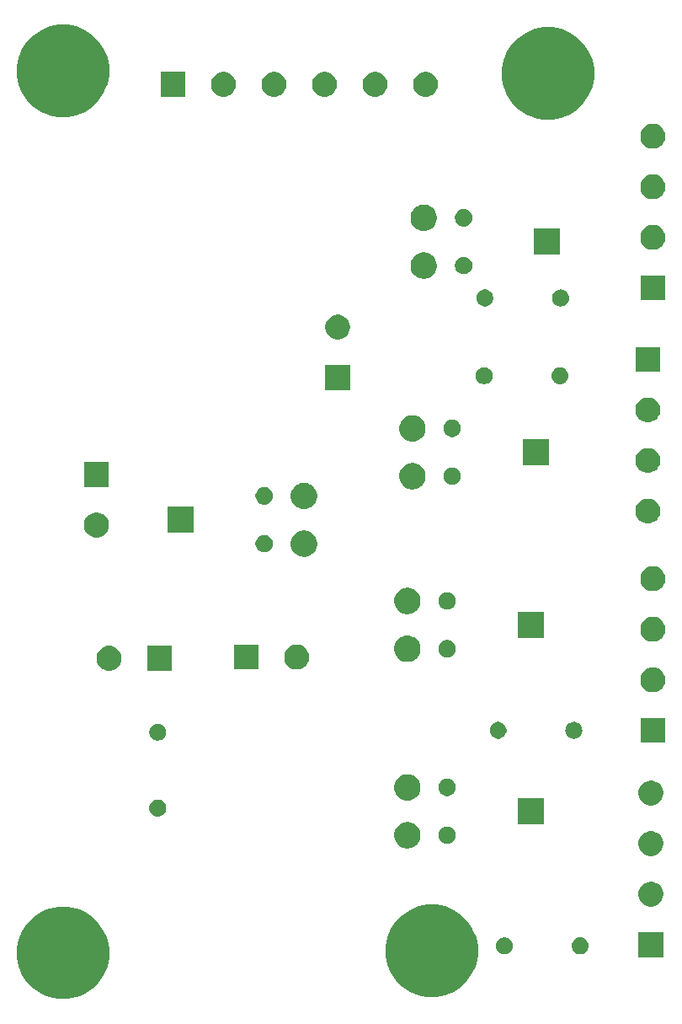
<source format=gbr>
G04 #@! TF.GenerationSoftware,KiCad,Pcbnew,(5.1.4)-1*
G04 #@! TF.CreationDate,2023-06-30T15:23:11-04:00*
G04 #@! TF.ProjectId,4ChWirelessLaunchController,34436857-6972-4656-9c65-73734c61756e,rev?*
G04 #@! TF.SameCoordinates,Original*
G04 #@! TF.FileFunction,Soldermask,Bot*
G04 #@! TF.FilePolarity,Negative*
%FSLAX46Y46*%
G04 Gerber Fmt 4.6, Leading zero omitted, Abs format (unit mm)*
G04 Created by KiCad (PCBNEW (5.1.4)-1) date 2023-06-30 15:23:11*
%MOMM*%
%LPD*%
G04 APERTURE LIST*
%ADD10C,0.100000*%
G04 APERTURE END LIST*
D10*
G36*
X71460646Y-216190235D02*
G01*
X71811248Y-216335459D01*
X72307075Y-216540837D01*
X73068840Y-217049833D01*
X73716667Y-217697660D01*
X74225663Y-218459425D01*
X74431040Y-218955251D01*
X74576265Y-219305854D01*
X74755000Y-220204415D01*
X74755000Y-221120585D01*
X74576265Y-222019146D01*
X74431040Y-222369749D01*
X74225663Y-222865575D01*
X73716667Y-223627340D01*
X73068840Y-224275167D01*
X72307075Y-224784163D01*
X71811248Y-224989541D01*
X71460646Y-225134765D01*
X70562085Y-225313500D01*
X69645915Y-225313500D01*
X68747354Y-225134765D01*
X68396752Y-224989541D01*
X67900925Y-224784163D01*
X67139160Y-224275167D01*
X66491333Y-223627340D01*
X65982337Y-222865575D01*
X65776960Y-222369749D01*
X65631735Y-222019146D01*
X65453000Y-221120585D01*
X65453000Y-220204415D01*
X65631735Y-219305854D01*
X65776959Y-218955252D01*
X65982337Y-218459425D01*
X66491333Y-217697660D01*
X67139160Y-217049833D01*
X67900925Y-216540837D01*
X68396752Y-216335459D01*
X68747354Y-216190235D01*
X69645915Y-216011500D01*
X70562085Y-216011500D01*
X71460646Y-216190235D01*
X71460646Y-216190235D01*
G37*
G36*
X108544646Y-215999735D02*
G01*
X108895249Y-216144960D01*
X109391075Y-216350337D01*
X110152840Y-216859333D01*
X110800667Y-217507160D01*
X111309663Y-218268925D01*
X111388570Y-218459425D01*
X111660265Y-219115354D01*
X111839000Y-220013915D01*
X111839000Y-220930085D01*
X111660265Y-221828646D01*
X111581357Y-222019146D01*
X111309663Y-222675075D01*
X110800667Y-223436840D01*
X110152840Y-224084667D01*
X109391075Y-224593663D01*
X108931166Y-224784163D01*
X108544646Y-224944265D01*
X107646085Y-225123000D01*
X106729915Y-225123000D01*
X105831354Y-224944265D01*
X105444834Y-224784163D01*
X104984925Y-224593663D01*
X104223160Y-224084667D01*
X103575333Y-223436840D01*
X103066337Y-222675075D01*
X102794643Y-222019146D01*
X102715735Y-221828646D01*
X102537000Y-220930085D01*
X102537000Y-220013915D01*
X102715735Y-219115354D01*
X102987430Y-218459425D01*
X103066337Y-218268925D01*
X103575333Y-217507160D01*
X104223160Y-216859333D01*
X104984925Y-216350337D01*
X105480751Y-216144960D01*
X105831354Y-215999735D01*
X106729915Y-215821000D01*
X107646085Y-215821000D01*
X108544646Y-215999735D01*
X108544646Y-215999735D01*
G37*
G36*
X130473500Y-221088000D02*
G01*
X127971500Y-221088000D01*
X127971500Y-218586000D01*
X130473500Y-218586000D01*
X130473500Y-221088000D01*
X130473500Y-221088000D01*
G37*
G36*
X114738728Y-219145703D02*
G01*
X114893600Y-219209853D01*
X115032981Y-219302985D01*
X115151515Y-219421519D01*
X115244647Y-219560900D01*
X115308797Y-219715772D01*
X115341500Y-219880184D01*
X115341500Y-220047816D01*
X115308797Y-220212228D01*
X115244647Y-220367100D01*
X115151515Y-220506481D01*
X115032981Y-220625015D01*
X114893600Y-220718147D01*
X114738728Y-220782297D01*
X114574316Y-220815000D01*
X114406684Y-220815000D01*
X114242272Y-220782297D01*
X114087400Y-220718147D01*
X113948019Y-220625015D01*
X113829485Y-220506481D01*
X113736353Y-220367100D01*
X113672203Y-220212228D01*
X113639500Y-220047816D01*
X113639500Y-219880184D01*
X113672203Y-219715772D01*
X113736353Y-219560900D01*
X113829485Y-219421519D01*
X113948019Y-219302985D01*
X114087400Y-219209853D01*
X114242272Y-219145703D01*
X114406684Y-219113000D01*
X114574316Y-219113000D01*
X114738728Y-219145703D01*
X114738728Y-219145703D01*
G37*
G36*
X122277323Y-219125313D02*
G01*
X122437742Y-219173976D01*
X122504861Y-219209852D01*
X122585578Y-219252996D01*
X122715159Y-219359341D01*
X122821504Y-219488922D01*
X122821505Y-219488924D01*
X122900524Y-219636758D01*
X122949187Y-219797177D01*
X122965617Y-219964000D01*
X122949187Y-220130823D01*
X122900524Y-220291242D01*
X122859977Y-220367100D01*
X122821504Y-220439078D01*
X122715159Y-220568659D01*
X122585578Y-220675004D01*
X122585576Y-220675005D01*
X122437742Y-220754024D01*
X122277323Y-220802687D01*
X122152304Y-220815000D01*
X122068696Y-220815000D01*
X121943677Y-220802687D01*
X121783258Y-220754024D01*
X121635424Y-220675005D01*
X121635422Y-220675004D01*
X121505841Y-220568659D01*
X121399496Y-220439078D01*
X121361023Y-220367100D01*
X121320476Y-220291242D01*
X121271813Y-220130823D01*
X121255383Y-219964000D01*
X121271813Y-219797177D01*
X121320476Y-219636758D01*
X121399495Y-219488924D01*
X121399496Y-219488922D01*
X121505841Y-219359341D01*
X121635422Y-219252996D01*
X121716139Y-219209852D01*
X121783258Y-219173976D01*
X121943677Y-219125313D01*
X122068696Y-219113000D01*
X122152304Y-219113000D01*
X122277323Y-219125313D01*
X122277323Y-219125313D01*
G37*
G36*
X129587403Y-213554075D02*
G01*
X129815071Y-213648378D01*
X130019966Y-213785285D01*
X130194215Y-213959534D01*
X130331122Y-214164429D01*
X130425425Y-214392097D01*
X130473500Y-214633787D01*
X130473500Y-214880213D01*
X130425425Y-215121903D01*
X130331122Y-215349571D01*
X130194215Y-215554466D01*
X130019966Y-215728715D01*
X129815071Y-215865622D01*
X129815070Y-215865623D01*
X129815069Y-215865623D01*
X129587403Y-215959925D01*
X129345714Y-216008000D01*
X129099286Y-216008000D01*
X128857597Y-215959925D01*
X128629931Y-215865623D01*
X128629930Y-215865623D01*
X128629929Y-215865622D01*
X128425034Y-215728715D01*
X128250785Y-215554466D01*
X128113878Y-215349571D01*
X128019575Y-215121903D01*
X127971500Y-214880213D01*
X127971500Y-214633787D01*
X128019575Y-214392097D01*
X128113878Y-214164429D01*
X128250785Y-213959534D01*
X128425034Y-213785285D01*
X128629929Y-213648378D01*
X128857597Y-213554075D01*
X129099286Y-213506000D01*
X129345714Y-213506000D01*
X129587403Y-213554075D01*
X129587403Y-213554075D01*
G37*
G36*
X129475017Y-208451720D02*
G01*
X129587403Y-208474075D01*
X129815071Y-208568378D01*
X130019966Y-208705285D01*
X130194215Y-208879534D01*
X130254061Y-208969100D01*
X130331123Y-209084431D01*
X130425425Y-209312097D01*
X130473500Y-209553786D01*
X130473500Y-209800214D01*
X130431058Y-210013586D01*
X130425425Y-210041903D01*
X130331122Y-210269571D01*
X130194215Y-210474466D01*
X130019966Y-210648715D01*
X129815071Y-210785622D01*
X129815070Y-210785623D01*
X129815069Y-210785623D01*
X129587403Y-210879925D01*
X129345714Y-210928000D01*
X129099286Y-210928000D01*
X128857597Y-210879925D01*
X128629931Y-210785623D01*
X128629930Y-210785623D01*
X128629929Y-210785622D01*
X128425034Y-210648715D01*
X128250785Y-210474466D01*
X128113878Y-210269571D01*
X128019575Y-210041903D01*
X128013942Y-210013586D01*
X127971500Y-209800214D01*
X127971500Y-209553786D01*
X128019575Y-209312097D01*
X128113877Y-209084431D01*
X128190939Y-208969100D01*
X128250785Y-208879534D01*
X128425034Y-208705285D01*
X128629929Y-208568378D01*
X128857597Y-208474075D01*
X128969983Y-208451720D01*
X129099286Y-208426000D01*
X129345714Y-208426000D01*
X129475017Y-208451720D01*
X129475017Y-208451720D01*
G37*
G36*
X104993190Y-207537978D02*
G01*
X105121280Y-207563457D01*
X105362597Y-207663414D01*
X105471924Y-207736464D01*
X105579775Y-207808528D01*
X105764472Y-207993225D01*
X105810559Y-208062199D01*
X105909586Y-208210403D01*
X106009543Y-208451720D01*
X106060500Y-208707900D01*
X106060500Y-208969100D01*
X106009543Y-209225280D01*
X105997878Y-209253442D01*
X105909587Y-209466595D01*
X105766436Y-209680836D01*
X105764471Y-209683776D01*
X105579776Y-209868471D01*
X105362597Y-210013586D01*
X105121280Y-210113543D01*
X104993190Y-210139021D01*
X104865101Y-210164500D01*
X104603899Y-210164500D01*
X104475810Y-210139022D01*
X104347720Y-210113543D01*
X104106403Y-210013586D01*
X103889224Y-209868471D01*
X103704529Y-209683776D01*
X103702565Y-209680836D01*
X103559413Y-209466595D01*
X103471122Y-209253442D01*
X103459457Y-209225280D01*
X103408500Y-208969100D01*
X103408500Y-208707900D01*
X103459457Y-208451720D01*
X103559414Y-208210403D01*
X103658441Y-208062199D01*
X103704528Y-207993225D01*
X103889225Y-207808528D01*
X103997076Y-207736464D01*
X104106403Y-207663414D01*
X104347720Y-207563457D01*
X104475810Y-207537978D01*
X104603899Y-207512500D01*
X104865101Y-207512500D01*
X104993190Y-207537978D01*
X104993190Y-207537978D01*
G37*
G36*
X108905399Y-207979332D02*
G01*
X108990020Y-207996164D01*
X109149442Y-208062199D01*
X109292918Y-208158066D01*
X109414934Y-208280082D01*
X109510801Y-208423558D01*
X109576836Y-208582980D01*
X109610500Y-208752221D01*
X109610500Y-208924779D01*
X109576836Y-209094020D01*
X109510801Y-209253442D01*
X109414934Y-209396918D01*
X109292918Y-209518934D01*
X109149442Y-209614801D01*
X108990020Y-209680836D01*
X108905399Y-209697668D01*
X108820780Y-209714500D01*
X108648220Y-209714500D01*
X108563601Y-209697668D01*
X108478980Y-209680836D01*
X108319558Y-209614801D01*
X108176082Y-209518934D01*
X108054066Y-209396918D01*
X107958199Y-209253442D01*
X107892164Y-209094020D01*
X107858500Y-208924779D01*
X107858500Y-208752221D01*
X107892164Y-208582980D01*
X107958199Y-208423558D01*
X108054066Y-208280082D01*
X108176082Y-208158066D01*
X108319558Y-208062199D01*
X108478980Y-207996164D01*
X108648220Y-207962500D01*
X108820780Y-207962500D01*
X108905399Y-207979332D01*
X108905399Y-207979332D01*
G37*
G36*
X118460500Y-207764500D02*
G01*
X115808500Y-207764500D01*
X115808500Y-205112500D01*
X118460500Y-205112500D01*
X118460500Y-207764500D01*
X118460500Y-207764500D01*
G37*
G36*
X79795823Y-205282313D02*
G01*
X79956242Y-205330976D01*
X80075023Y-205394466D01*
X80104078Y-205409996D01*
X80233659Y-205516341D01*
X80340004Y-205645922D01*
X80340005Y-205645924D01*
X80419024Y-205793758D01*
X80467687Y-205954177D01*
X80484117Y-206121000D01*
X80467687Y-206287823D01*
X80419024Y-206448242D01*
X80348114Y-206580906D01*
X80340004Y-206596078D01*
X80233659Y-206725659D01*
X80104078Y-206832004D01*
X80104076Y-206832005D01*
X79956242Y-206911024D01*
X79795823Y-206959687D01*
X79670804Y-206972000D01*
X79587196Y-206972000D01*
X79462177Y-206959687D01*
X79301758Y-206911024D01*
X79153924Y-206832005D01*
X79153922Y-206832004D01*
X79024341Y-206725659D01*
X78917996Y-206596078D01*
X78909886Y-206580906D01*
X78838976Y-206448242D01*
X78790313Y-206287823D01*
X78773883Y-206121000D01*
X78790313Y-205954177D01*
X78838976Y-205793758D01*
X78917995Y-205645924D01*
X78917996Y-205645922D01*
X79024341Y-205516341D01*
X79153922Y-205409996D01*
X79182977Y-205394466D01*
X79301758Y-205330976D01*
X79462177Y-205282313D01*
X79587196Y-205270000D01*
X79670804Y-205270000D01*
X79795823Y-205282313D01*
X79795823Y-205282313D01*
G37*
G36*
X129587403Y-203394075D02*
G01*
X129815071Y-203488378D01*
X130019966Y-203625285D01*
X130194215Y-203799534D01*
X130331122Y-204004429D01*
X130331123Y-204004431D01*
X130425425Y-204232097D01*
X130463852Y-204425280D01*
X130473500Y-204473787D01*
X130473500Y-204720213D01*
X130425425Y-204961903D01*
X130331122Y-205189571D01*
X130194215Y-205394466D01*
X130019966Y-205568715D01*
X129815071Y-205705622D01*
X129815070Y-205705623D01*
X129815069Y-205705623D01*
X129587403Y-205799925D01*
X129345714Y-205848000D01*
X129099286Y-205848000D01*
X128857597Y-205799925D01*
X128629931Y-205705623D01*
X128629930Y-205705623D01*
X128629929Y-205705622D01*
X128425034Y-205568715D01*
X128250785Y-205394466D01*
X128113878Y-205189571D01*
X128019575Y-204961903D01*
X127971500Y-204720213D01*
X127971500Y-204473787D01*
X127981149Y-204425280D01*
X128019575Y-204232097D01*
X128113877Y-204004431D01*
X128113878Y-204004429D01*
X128250785Y-203799534D01*
X128425034Y-203625285D01*
X128629929Y-203488378D01*
X128857597Y-203394075D01*
X129099286Y-203346000D01*
X129345714Y-203346000D01*
X129587403Y-203394075D01*
X129587403Y-203394075D01*
G37*
G36*
X104993190Y-202737979D02*
G01*
X105121280Y-202763457D01*
X105362597Y-202863414D01*
X105471924Y-202936464D01*
X105579775Y-203008528D01*
X105764472Y-203193225D01*
X105810559Y-203262199D01*
X105909586Y-203410403D01*
X106009543Y-203651720D01*
X106060500Y-203907900D01*
X106060500Y-204169100D01*
X106009543Y-204425280D01*
X105938863Y-204595916D01*
X105909587Y-204666595D01*
X105766436Y-204880836D01*
X105764471Y-204883776D01*
X105579776Y-205068471D01*
X105362597Y-205213586D01*
X105121280Y-205313543D01*
X104993190Y-205339022D01*
X104865101Y-205364500D01*
X104603899Y-205364500D01*
X104475810Y-205339022D01*
X104347720Y-205313543D01*
X104106403Y-205213586D01*
X103889224Y-205068471D01*
X103704529Y-204883776D01*
X103702565Y-204880836D01*
X103559413Y-204666595D01*
X103530137Y-204595916D01*
X103459457Y-204425280D01*
X103408500Y-204169100D01*
X103408500Y-203907900D01*
X103459457Y-203651720D01*
X103559414Y-203410403D01*
X103658441Y-203262199D01*
X103704528Y-203193225D01*
X103889225Y-203008528D01*
X103997076Y-202936464D01*
X104106403Y-202863414D01*
X104347720Y-202763457D01*
X104475810Y-202737979D01*
X104603899Y-202712500D01*
X104865101Y-202712500D01*
X104993190Y-202737979D01*
X104993190Y-202737979D01*
G37*
G36*
X108905399Y-203179332D02*
G01*
X108990020Y-203196164D01*
X109149442Y-203262199D01*
X109292918Y-203358066D01*
X109414934Y-203480082D01*
X109510801Y-203623558D01*
X109576836Y-203782980D01*
X109610500Y-203952221D01*
X109610500Y-204124779D01*
X109576836Y-204294020D01*
X109510801Y-204453442D01*
X109414934Y-204596918D01*
X109292918Y-204718934D01*
X109149442Y-204814801D01*
X108990020Y-204880836D01*
X108905399Y-204897668D01*
X108820780Y-204914500D01*
X108648220Y-204914500D01*
X108563601Y-204897668D01*
X108478980Y-204880836D01*
X108319558Y-204814801D01*
X108176082Y-204718934D01*
X108054066Y-204596918D01*
X107958199Y-204453442D01*
X107892164Y-204294020D01*
X107858500Y-204124779D01*
X107858500Y-203952221D01*
X107892164Y-203782980D01*
X107958199Y-203623558D01*
X108054066Y-203480082D01*
X108176082Y-203358066D01*
X108319558Y-203262199D01*
X108478980Y-203196164D01*
X108563601Y-203179332D01*
X108648220Y-203162500D01*
X108820780Y-203162500D01*
X108905399Y-203179332D01*
X108905399Y-203179332D01*
G37*
G36*
X130664000Y-199561500D02*
G01*
X128162000Y-199561500D01*
X128162000Y-197059500D01*
X130664000Y-197059500D01*
X130664000Y-199561500D01*
X130664000Y-199561500D01*
G37*
G36*
X79877228Y-197682703D02*
G01*
X80032100Y-197746853D01*
X80171481Y-197839985D01*
X80290015Y-197958519D01*
X80383147Y-198097900D01*
X80447297Y-198252772D01*
X80480000Y-198417184D01*
X80480000Y-198584816D01*
X80447297Y-198749228D01*
X80383147Y-198904100D01*
X80290015Y-199043481D01*
X80171481Y-199162015D01*
X80032100Y-199255147D01*
X79877228Y-199319297D01*
X79712816Y-199352000D01*
X79545184Y-199352000D01*
X79380772Y-199319297D01*
X79225900Y-199255147D01*
X79086519Y-199162015D01*
X78967985Y-199043481D01*
X78874853Y-198904100D01*
X78810703Y-198749228D01*
X78778000Y-198584816D01*
X78778000Y-198417184D01*
X78810703Y-198252772D01*
X78874853Y-198097900D01*
X78967985Y-197958519D01*
X79086519Y-197839985D01*
X79225900Y-197746853D01*
X79380772Y-197682703D01*
X79545184Y-197650000D01*
X79712816Y-197650000D01*
X79877228Y-197682703D01*
X79877228Y-197682703D01*
G37*
G36*
X114103728Y-197492203D02*
G01*
X114258600Y-197556353D01*
X114397981Y-197649485D01*
X114516515Y-197768019D01*
X114609647Y-197907400D01*
X114673797Y-198062272D01*
X114706500Y-198226684D01*
X114706500Y-198394316D01*
X114673797Y-198558728D01*
X114609647Y-198713600D01*
X114516515Y-198852981D01*
X114397981Y-198971515D01*
X114258600Y-199064647D01*
X114103728Y-199128797D01*
X113939316Y-199161500D01*
X113771684Y-199161500D01*
X113607272Y-199128797D01*
X113452400Y-199064647D01*
X113313019Y-198971515D01*
X113194485Y-198852981D01*
X113101353Y-198713600D01*
X113037203Y-198558728D01*
X113004500Y-198394316D01*
X113004500Y-198226684D01*
X113037203Y-198062272D01*
X113101353Y-197907400D01*
X113194485Y-197768019D01*
X113313019Y-197649485D01*
X113452400Y-197556353D01*
X113607272Y-197492203D01*
X113771684Y-197459500D01*
X113939316Y-197459500D01*
X114103728Y-197492203D01*
X114103728Y-197492203D01*
G37*
G36*
X121642323Y-197471813D02*
G01*
X121802742Y-197520476D01*
X121869861Y-197556352D01*
X121950578Y-197599496D01*
X122080159Y-197705841D01*
X122186504Y-197835422D01*
X122186505Y-197835424D01*
X122265524Y-197983258D01*
X122314187Y-198143677D01*
X122330617Y-198310500D01*
X122314187Y-198477323D01*
X122265524Y-198637742D01*
X122224977Y-198713600D01*
X122186504Y-198785578D01*
X122080159Y-198915159D01*
X121950578Y-199021504D01*
X121950576Y-199021505D01*
X121802742Y-199100524D01*
X121642323Y-199149187D01*
X121517304Y-199161500D01*
X121433696Y-199161500D01*
X121308677Y-199149187D01*
X121148258Y-199100524D01*
X121000424Y-199021505D01*
X121000422Y-199021504D01*
X120870841Y-198915159D01*
X120764496Y-198785578D01*
X120726023Y-198713600D01*
X120685476Y-198637742D01*
X120636813Y-198477323D01*
X120620383Y-198310500D01*
X120636813Y-198143677D01*
X120685476Y-197983258D01*
X120764495Y-197835424D01*
X120764496Y-197835422D01*
X120870841Y-197705841D01*
X121000422Y-197599496D01*
X121081139Y-197556352D01*
X121148258Y-197520476D01*
X121308677Y-197471813D01*
X121433696Y-197459500D01*
X121517304Y-197459500D01*
X121642323Y-197471813D01*
X121642323Y-197471813D01*
G37*
G36*
X129777903Y-192027575D02*
G01*
X129839582Y-192053123D01*
X130005571Y-192121878D01*
X130210466Y-192258785D01*
X130384715Y-192433034D01*
X130521622Y-192637929D01*
X130615925Y-192865597D01*
X130664000Y-193107287D01*
X130664000Y-193353713D01*
X130615925Y-193595403D01*
X130521622Y-193823071D01*
X130384715Y-194027966D01*
X130210466Y-194202215D01*
X130005571Y-194339122D01*
X130005570Y-194339123D01*
X130005569Y-194339123D01*
X129777903Y-194433425D01*
X129536214Y-194481500D01*
X129289786Y-194481500D01*
X129048097Y-194433425D01*
X128820431Y-194339123D01*
X128820430Y-194339123D01*
X128820429Y-194339122D01*
X128615534Y-194202215D01*
X128441285Y-194027966D01*
X128304378Y-193823071D01*
X128210075Y-193595403D01*
X128162000Y-193353713D01*
X128162000Y-193107287D01*
X128210075Y-192865597D01*
X128304378Y-192637929D01*
X128441285Y-192433034D01*
X128615534Y-192258785D01*
X128820429Y-192121878D01*
X128986419Y-192053123D01*
X129048097Y-192027575D01*
X129289786Y-191979500D01*
X129536214Y-191979500D01*
X129777903Y-192027575D01*
X129777903Y-192027575D01*
G37*
G36*
X81070500Y-192322500D02*
G01*
X78568500Y-192322500D01*
X78568500Y-189820500D01*
X81070500Y-189820500D01*
X81070500Y-192322500D01*
X81070500Y-192322500D01*
G37*
G36*
X74940019Y-189835877D02*
G01*
X75104403Y-189868575D01*
X75332071Y-189962878D01*
X75536966Y-190099785D01*
X75711215Y-190274034D01*
X75848122Y-190478929D01*
X75848123Y-190478931D01*
X75942425Y-190706597D01*
X75990500Y-190948286D01*
X75990500Y-191194714D01*
X75973319Y-191281087D01*
X75942425Y-191436403D01*
X75848122Y-191664071D01*
X75711215Y-191868966D01*
X75536966Y-192043215D01*
X75332071Y-192180122D01*
X75332070Y-192180123D01*
X75332069Y-192180123D01*
X75104403Y-192274425D01*
X74862714Y-192322500D01*
X74616286Y-192322500D01*
X74374597Y-192274425D01*
X74146931Y-192180123D01*
X74146930Y-192180123D01*
X74146929Y-192180122D01*
X73942034Y-192043215D01*
X73767785Y-191868966D01*
X73630878Y-191664071D01*
X73536575Y-191436403D01*
X73505681Y-191281087D01*
X73488500Y-191194714D01*
X73488500Y-190948286D01*
X73536575Y-190706597D01*
X73630877Y-190478931D01*
X73630878Y-190478929D01*
X73767785Y-190274034D01*
X73942034Y-190099785D01*
X74146929Y-189962878D01*
X74374597Y-189868575D01*
X74538981Y-189835877D01*
X74616286Y-189820500D01*
X74862714Y-189820500D01*
X74940019Y-189835877D01*
X74940019Y-189835877D01*
G37*
G36*
X93963903Y-189741575D02*
G01*
X94154446Y-189820500D01*
X94191571Y-189835878D01*
X94396466Y-189972785D01*
X94570715Y-190147034D01*
X94630561Y-190236600D01*
X94707623Y-190351931D01*
X94801925Y-190579597D01*
X94850000Y-190821286D01*
X94850000Y-191067714D01*
X94824738Y-191194713D01*
X94801925Y-191309403D01*
X94707622Y-191537071D01*
X94570715Y-191741966D01*
X94396466Y-191916215D01*
X94191571Y-192053122D01*
X94191570Y-192053123D01*
X94191569Y-192053123D01*
X93963903Y-192147425D01*
X93722214Y-192195500D01*
X93475786Y-192195500D01*
X93234097Y-192147425D01*
X93006431Y-192053123D01*
X93006430Y-192053123D01*
X93006429Y-192053122D01*
X92801534Y-191916215D01*
X92627285Y-191741966D01*
X92490378Y-191537071D01*
X92396075Y-191309403D01*
X92373262Y-191194713D01*
X92348000Y-191067714D01*
X92348000Y-190821286D01*
X92396075Y-190579597D01*
X92490377Y-190351931D01*
X92567439Y-190236600D01*
X92627285Y-190147034D01*
X92801534Y-189972785D01*
X93006429Y-189835878D01*
X93043555Y-189820500D01*
X93234097Y-189741575D01*
X93475786Y-189693500D01*
X93722214Y-189693500D01*
X93963903Y-189741575D01*
X93963903Y-189741575D01*
G37*
G36*
X89770000Y-192195500D02*
G01*
X87268000Y-192195500D01*
X87268000Y-189693500D01*
X89770000Y-189693500D01*
X89770000Y-192195500D01*
X89770000Y-192195500D01*
G37*
G36*
X104993190Y-188805479D02*
G01*
X105121280Y-188830957D01*
X105362597Y-188930914D01*
X105388114Y-188947964D01*
X105579775Y-189076028D01*
X105764472Y-189260725D01*
X105810559Y-189329699D01*
X105909586Y-189477903D01*
X106009543Y-189719220D01*
X106060500Y-189975400D01*
X106060500Y-190236600D01*
X106009543Y-190492780D01*
X105997878Y-190520942D01*
X105909587Y-190734095D01*
X105766436Y-190948336D01*
X105764471Y-190951276D01*
X105579776Y-191135971D01*
X105362597Y-191281086D01*
X105121280Y-191381043D01*
X104993190Y-191406522D01*
X104865101Y-191432000D01*
X104603899Y-191432000D01*
X104475810Y-191406522D01*
X104347720Y-191381043D01*
X104106403Y-191281086D01*
X103889224Y-191135971D01*
X103704529Y-190951276D01*
X103702565Y-190948336D01*
X103559413Y-190734095D01*
X103471122Y-190520942D01*
X103459457Y-190492780D01*
X103408500Y-190236600D01*
X103408500Y-189975400D01*
X103459457Y-189719220D01*
X103559414Y-189477903D01*
X103658441Y-189329699D01*
X103704528Y-189260725D01*
X103889225Y-189076028D01*
X104080886Y-188947964D01*
X104106403Y-188930914D01*
X104347720Y-188830957D01*
X104475810Y-188805479D01*
X104603899Y-188780000D01*
X104865101Y-188780000D01*
X104993190Y-188805479D01*
X104993190Y-188805479D01*
G37*
G36*
X108905399Y-189246832D02*
G01*
X108990020Y-189263664D01*
X109149442Y-189329699D01*
X109292918Y-189425566D01*
X109414934Y-189547582D01*
X109510801Y-189691058D01*
X109576836Y-189850480D01*
X109610500Y-190019721D01*
X109610500Y-190192279D01*
X109576836Y-190361520D01*
X109510801Y-190520942D01*
X109414934Y-190664418D01*
X109292918Y-190786434D01*
X109149442Y-190882301D01*
X108990020Y-190948336D01*
X108820780Y-190982000D01*
X108648220Y-190982000D01*
X108478980Y-190948336D01*
X108319558Y-190882301D01*
X108176082Y-190786434D01*
X108054066Y-190664418D01*
X107958199Y-190520942D01*
X107892164Y-190361520D01*
X107858500Y-190192279D01*
X107858500Y-190019721D01*
X107892164Y-189850480D01*
X107958199Y-189691058D01*
X108054066Y-189547582D01*
X108176082Y-189425566D01*
X108319558Y-189329699D01*
X108478980Y-189263664D01*
X108563601Y-189246832D01*
X108648220Y-189230000D01*
X108820780Y-189230000D01*
X108905399Y-189246832D01*
X108905399Y-189246832D01*
G37*
G36*
X129777903Y-186947575D02*
G01*
X130005571Y-187041878D01*
X130210466Y-187178785D01*
X130384715Y-187353034D01*
X130521622Y-187557929D01*
X130615925Y-187785597D01*
X130664000Y-188027287D01*
X130664000Y-188273713D01*
X130615925Y-188515403D01*
X130521622Y-188743071D01*
X130384715Y-188947966D01*
X130210466Y-189122215D01*
X130005571Y-189259122D01*
X130005570Y-189259123D01*
X130005569Y-189259123D01*
X129777903Y-189353425D01*
X129536214Y-189401500D01*
X129289786Y-189401500D01*
X129048097Y-189353425D01*
X128820431Y-189259123D01*
X128820430Y-189259123D01*
X128820429Y-189259122D01*
X128615534Y-189122215D01*
X128441285Y-188947966D01*
X128304378Y-188743071D01*
X128210075Y-188515403D01*
X128162000Y-188273713D01*
X128162000Y-188027287D01*
X128210075Y-187785597D01*
X128304378Y-187557929D01*
X128441285Y-187353034D01*
X128615534Y-187178785D01*
X128820429Y-187041878D01*
X129048097Y-186947575D01*
X129289786Y-186899500D01*
X129536214Y-186899500D01*
X129777903Y-186947575D01*
X129777903Y-186947575D01*
G37*
G36*
X118460500Y-189032000D02*
G01*
X115808500Y-189032000D01*
X115808500Y-186380000D01*
X118460500Y-186380000D01*
X118460500Y-189032000D01*
X118460500Y-189032000D01*
G37*
G36*
X104993190Y-184005479D02*
G01*
X105121280Y-184030957D01*
X105362597Y-184130914D01*
X105471924Y-184203964D01*
X105579775Y-184276028D01*
X105764472Y-184460725D01*
X105810559Y-184529699D01*
X105909586Y-184677903D01*
X106009543Y-184919220D01*
X106060500Y-185175400D01*
X106060500Y-185436600D01*
X106009543Y-185692780D01*
X105997878Y-185720942D01*
X105909587Y-185934095D01*
X105766436Y-186148336D01*
X105764471Y-186151276D01*
X105579776Y-186335971D01*
X105362597Y-186481086D01*
X105121280Y-186581043D01*
X104993190Y-186606522D01*
X104865101Y-186632000D01*
X104603899Y-186632000D01*
X104475810Y-186606522D01*
X104347720Y-186581043D01*
X104106403Y-186481086D01*
X103889224Y-186335971D01*
X103704529Y-186151276D01*
X103702565Y-186148336D01*
X103559413Y-185934095D01*
X103471122Y-185720942D01*
X103459457Y-185692780D01*
X103408500Y-185436600D01*
X103408500Y-185175400D01*
X103459457Y-184919220D01*
X103559414Y-184677903D01*
X103658441Y-184529699D01*
X103704528Y-184460725D01*
X103889225Y-184276028D01*
X103997076Y-184203964D01*
X104106403Y-184130914D01*
X104347720Y-184030957D01*
X104475810Y-184005479D01*
X104603899Y-183980000D01*
X104865101Y-183980000D01*
X104993190Y-184005479D01*
X104993190Y-184005479D01*
G37*
G36*
X108905399Y-184446832D02*
G01*
X108990020Y-184463664D01*
X109149442Y-184529699D01*
X109292918Y-184625566D01*
X109414934Y-184747582D01*
X109510801Y-184891058D01*
X109576836Y-185050480D01*
X109610500Y-185219721D01*
X109610500Y-185392279D01*
X109576836Y-185561520D01*
X109510801Y-185720942D01*
X109414934Y-185864418D01*
X109292918Y-185986434D01*
X109149442Y-186082301D01*
X108990020Y-186148336D01*
X108905399Y-186165168D01*
X108820780Y-186182000D01*
X108648220Y-186182000D01*
X108563601Y-186165168D01*
X108478980Y-186148336D01*
X108319558Y-186082301D01*
X108176082Y-185986434D01*
X108054066Y-185864418D01*
X107958199Y-185720942D01*
X107892164Y-185561520D01*
X107858500Y-185392279D01*
X107858500Y-185219721D01*
X107892164Y-185050480D01*
X107958199Y-184891058D01*
X108054066Y-184747582D01*
X108176082Y-184625566D01*
X108319558Y-184529699D01*
X108478980Y-184463664D01*
X108563601Y-184446832D01*
X108648220Y-184430000D01*
X108820780Y-184430000D01*
X108905399Y-184446832D01*
X108905399Y-184446832D01*
G37*
G36*
X129777903Y-181867575D02*
G01*
X130005571Y-181961878D01*
X130210466Y-182098785D01*
X130384715Y-182273034D01*
X130521622Y-182477929D01*
X130615925Y-182705597D01*
X130664000Y-182947287D01*
X130664000Y-183193713D01*
X130615925Y-183435403D01*
X130521622Y-183663071D01*
X130384715Y-183867966D01*
X130210466Y-184042215D01*
X130005571Y-184179122D01*
X130005570Y-184179123D01*
X130005569Y-184179123D01*
X129777903Y-184273425D01*
X129536214Y-184321500D01*
X129289786Y-184321500D01*
X129048097Y-184273425D01*
X128820431Y-184179123D01*
X128820430Y-184179123D01*
X128820429Y-184179122D01*
X128615534Y-184042215D01*
X128441285Y-183867966D01*
X128304378Y-183663071D01*
X128210075Y-183435403D01*
X128162000Y-183193713D01*
X128162000Y-182947287D01*
X128210075Y-182705597D01*
X128304378Y-182477929D01*
X128441285Y-182273034D01*
X128615534Y-182098785D01*
X128820429Y-181961878D01*
X129048097Y-181867575D01*
X129289786Y-181819500D01*
X129536214Y-181819500D01*
X129777903Y-181867575D01*
X129777903Y-181867575D01*
G37*
G36*
X94596690Y-178264478D02*
G01*
X94724780Y-178289957D01*
X94966097Y-178389914D01*
X95075424Y-178462964D01*
X95183275Y-178535028D01*
X95367972Y-178719725D01*
X95409330Y-178781622D01*
X95513086Y-178936903D01*
X95613043Y-179178220D01*
X95664000Y-179434400D01*
X95664000Y-179695600D01*
X95613043Y-179951780D01*
X95601378Y-179979942D01*
X95513087Y-180193095D01*
X95369936Y-180407336D01*
X95367971Y-180410276D01*
X95183276Y-180594971D01*
X94966097Y-180740086D01*
X94724780Y-180840043D01*
X94596690Y-180865522D01*
X94468601Y-180891000D01*
X94207399Y-180891000D01*
X94079310Y-180865522D01*
X93951220Y-180840043D01*
X93709903Y-180740086D01*
X93492724Y-180594971D01*
X93308029Y-180410276D01*
X93306065Y-180407336D01*
X93162913Y-180193095D01*
X93074622Y-179979942D01*
X93062957Y-179951780D01*
X93012000Y-179695600D01*
X93012000Y-179434400D01*
X93062957Y-179178220D01*
X93162914Y-178936903D01*
X93266670Y-178781622D01*
X93308028Y-178719725D01*
X93492725Y-178535028D01*
X93600576Y-178462964D01*
X93709903Y-178389914D01*
X93951220Y-178289957D01*
X94079310Y-178264478D01*
X94207399Y-178239000D01*
X94468601Y-178239000D01*
X94596690Y-178264478D01*
X94596690Y-178264478D01*
G37*
G36*
X90508899Y-178705832D02*
G01*
X90593520Y-178722664D01*
X90752942Y-178788699D01*
X90896418Y-178884566D01*
X91018434Y-179006582D01*
X91114301Y-179150058D01*
X91180336Y-179309480D01*
X91214000Y-179478721D01*
X91214000Y-179651279D01*
X91180336Y-179820520D01*
X91114301Y-179979942D01*
X91018434Y-180123418D01*
X90896418Y-180245434D01*
X90752942Y-180341301D01*
X90593520Y-180407336D01*
X90508899Y-180424168D01*
X90424280Y-180441000D01*
X90251720Y-180441000D01*
X90167101Y-180424168D01*
X90082480Y-180407336D01*
X89923058Y-180341301D01*
X89779582Y-180245434D01*
X89657566Y-180123418D01*
X89561699Y-179979942D01*
X89495664Y-179820520D01*
X89462000Y-179651279D01*
X89462000Y-179478721D01*
X89495664Y-179309480D01*
X89561699Y-179150058D01*
X89657566Y-179006582D01*
X89779582Y-178884566D01*
X89923058Y-178788699D01*
X90082480Y-178722664D01*
X90167101Y-178705832D01*
X90251720Y-178689000D01*
X90424280Y-178689000D01*
X90508899Y-178705832D01*
X90508899Y-178705832D01*
G37*
G36*
X73834403Y-176470075D02*
G01*
X74062071Y-176564378D01*
X74266966Y-176701285D01*
X74441215Y-176875534D01*
X74441216Y-176875536D01*
X74578123Y-177080431D01*
X74672425Y-177308097D01*
X74715968Y-177527000D01*
X74720500Y-177549787D01*
X74720500Y-177796213D01*
X74672425Y-178037903D01*
X74578122Y-178265571D01*
X74441215Y-178470466D01*
X74266966Y-178644715D01*
X74062071Y-178781622D01*
X74062070Y-178781623D01*
X74062069Y-178781623D01*
X73834403Y-178875925D01*
X73592714Y-178924000D01*
X73346286Y-178924000D01*
X73104597Y-178875925D01*
X72876931Y-178781623D01*
X72876930Y-178781623D01*
X72876929Y-178781622D01*
X72672034Y-178644715D01*
X72497785Y-178470466D01*
X72360878Y-178265571D01*
X72266575Y-178037903D01*
X72218500Y-177796213D01*
X72218500Y-177549787D01*
X72223033Y-177527000D01*
X72266575Y-177308097D01*
X72360877Y-177080431D01*
X72497784Y-176875536D01*
X72497785Y-176875534D01*
X72672034Y-176701285D01*
X72876929Y-176564378D01*
X73104597Y-176470075D01*
X73346286Y-176422000D01*
X73592714Y-176422000D01*
X73834403Y-176470075D01*
X73834403Y-176470075D01*
G37*
G36*
X83264000Y-178491000D02*
G01*
X80612000Y-178491000D01*
X80612000Y-175839000D01*
X83264000Y-175839000D01*
X83264000Y-178491000D01*
X83264000Y-178491000D01*
G37*
G36*
X129269903Y-175073075D02*
G01*
X129497571Y-175167378D01*
X129702466Y-175304285D01*
X129876715Y-175478534D01*
X130013622Y-175683429D01*
X130013623Y-175683431D01*
X130107925Y-175911097D01*
X130156000Y-176152786D01*
X130156000Y-176399214D01*
X130141905Y-176470075D01*
X130107925Y-176640903D01*
X130013622Y-176868571D01*
X129876715Y-177073466D01*
X129702466Y-177247715D01*
X129497571Y-177384622D01*
X129497570Y-177384623D01*
X129497569Y-177384623D01*
X129269903Y-177478925D01*
X129028214Y-177527000D01*
X128781786Y-177527000D01*
X128540097Y-177478925D01*
X128312431Y-177384623D01*
X128312430Y-177384623D01*
X128312429Y-177384622D01*
X128107534Y-177247715D01*
X127933285Y-177073466D01*
X127796378Y-176868571D01*
X127702075Y-176640903D01*
X127668095Y-176470075D01*
X127654000Y-176399214D01*
X127654000Y-176152786D01*
X127702075Y-175911097D01*
X127796377Y-175683431D01*
X127796378Y-175683429D01*
X127933285Y-175478534D01*
X128107534Y-175304285D01*
X128312429Y-175167378D01*
X128540097Y-175073075D01*
X128781786Y-175025000D01*
X129028214Y-175025000D01*
X129269903Y-175073075D01*
X129269903Y-175073075D01*
G37*
G36*
X94528597Y-173450934D02*
G01*
X94724780Y-173489957D01*
X94966097Y-173589914D01*
X95075424Y-173662964D01*
X95183275Y-173735028D01*
X95367972Y-173919725D01*
X95385252Y-173945586D01*
X95513086Y-174136903D01*
X95613043Y-174378220D01*
X95664000Y-174634400D01*
X95664000Y-174895600D01*
X95613043Y-175151780D01*
X95513086Y-175393097D01*
X95455997Y-175478536D01*
X95369936Y-175607336D01*
X95367971Y-175610276D01*
X95183276Y-175794971D01*
X94966097Y-175940086D01*
X94724780Y-176040043D01*
X94596690Y-176065522D01*
X94468601Y-176091000D01*
X94207399Y-176091000D01*
X94079310Y-176065522D01*
X93951220Y-176040043D01*
X93709903Y-175940086D01*
X93492724Y-175794971D01*
X93308029Y-175610276D01*
X93306065Y-175607336D01*
X93220003Y-175478536D01*
X93162914Y-175393097D01*
X93062957Y-175151780D01*
X93012000Y-174895600D01*
X93012000Y-174634400D01*
X93062957Y-174378220D01*
X93162914Y-174136903D01*
X93290748Y-173945586D01*
X93308028Y-173919725D01*
X93492725Y-173735028D01*
X93600576Y-173662964D01*
X93709903Y-173589914D01*
X93951220Y-173489957D01*
X94147403Y-173450934D01*
X94207399Y-173439000D01*
X94468601Y-173439000D01*
X94528597Y-173450934D01*
X94528597Y-173450934D01*
G37*
G36*
X90508899Y-173905832D02*
G01*
X90593520Y-173922664D01*
X90752942Y-173988699D01*
X90896418Y-174084566D01*
X91018434Y-174206582D01*
X91114301Y-174350058D01*
X91180336Y-174509480D01*
X91214000Y-174678721D01*
X91214000Y-174851279D01*
X91180336Y-175020520D01*
X91114301Y-175179942D01*
X91018434Y-175323418D01*
X90896418Y-175445434D01*
X90752942Y-175541301D01*
X90593520Y-175607336D01*
X90508899Y-175624168D01*
X90424280Y-175641000D01*
X90251720Y-175641000D01*
X90167101Y-175624168D01*
X90082480Y-175607336D01*
X89923058Y-175541301D01*
X89779582Y-175445434D01*
X89657566Y-175323418D01*
X89561699Y-175179942D01*
X89495664Y-175020520D01*
X89462000Y-174851279D01*
X89462000Y-174678721D01*
X89495664Y-174509480D01*
X89561699Y-174350058D01*
X89657566Y-174206582D01*
X89779582Y-174084566D01*
X89923058Y-173988699D01*
X90082480Y-173922664D01*
X90167101Y-173905832D01*
X90251720Y-173889000D01*
X90424280Y-173889000D01*
X90508899Y-173905832D01*
X90508899Y-173905832D01*
G37*
G36*
X105501190Y-171469978D02*
G01*
X105629280Y-171495457D01*
X105870597Y-171595414D01*
X105979924Y-171668464D01*
X106087775Y-171740528D01*
X106272472Y-171925225D01*
X106318068Y-171993464D01*
X106417586Y-172142403D01*
X106517543Y-172383720D01*
X106568500Y-172639900D01*
X106568500Y-172901100D01*
X106517543Y-173157280D01*
X106505878Y-173185442D01*
X106417587Y-173398595D01*
X106274436Y-173612836D01*
X106272471Y-173615776D01*
X106087776Y-173800471D01*
X105870597Y-173945586D01*
X105629280Y-174045543D01*
X105501190Y-174071021D01*
X105373101Y-174096500D01*
X105111899Y-174096500D01*
X104983810Y-174071021D01*
X104855720Y-174045543D01*
X104614403Y-173945586D01*
X104397224Y-173800471D01*
X104212529Y-173615776D01*
X104210565Y-173612836D01*
X104067413Y-173398595D01*
X103979122Y-173185442D01*
X103967457Y-173157280D01*
X103916500Y-172901100D01*
X103916500Y-172639900D01*
X103967457Y-172383720D01*
X104067414Y-172142403D01*
X104166932Y-171993464D01*
X104212528Y-171925225D01*
X104397225Y-171740528D01*
X104505076Y-171668464D01*
X104614403Y-171595414D01*
X104855720Y-171495457D01*
X104983810Y-171469978D01*
X105111899Y-171444500D01*
X105373101Y-171444500D01*
X105501190Y-171469978D01*
X105501190Y-171469978D01*
G37*
G36*
X74720500Y-173844000D02*
G01*
X72218500Y-173844000D01*
X72218500Y-171342000D01*
X74720500Y-171342000D01*
X74720500Y-173844000D01*
X74720500Y-173844000D01*
G37*
G36*
X109413399Y-171911332D02*
G01*
X109498020Y-171928164D01*
X109657442Y-171994199D01*
X109800918Y-172090066D01*
X109922934Y-172212082D01*
X110018801Y-172355558D01*
X110084836Y-172514980D01*
X110118500Y-172684221D01*
X110118500Y-172856779D01*
X110084836Y-173026020D01*
X110018801Y-173185442D01*
X109922934Y-173328918D01*
X109800918Y-173450934D01*
X109657442Y-173546801D01*
X109498020Y-173612836D01*
X109328780Y-173646500D01*
X109156220Y-173646500D01*
X108986980Y-173612836D01*
X108827558Y-173546801D01*
X108684082Y-173450934D01*
X108562066Y-173328918D01*
X108466199Y-173185442D01*
X108400164Y-173026020D01*
X108366500Y-172856779D01*
X108366500Y-172684221D01*
X108400164Y-172514980D01*
X108466199Y-172355558D01*
X108562066Y-172212082D01*
X108684082Y-172090066D01*
X108827558Y-171994199D01*
X108986980Y-171928164D01*
X109071601Y-171911332D01*
X109156220Y-171894500D01*
X109328780Y-171894500D01*
X109413399Y-171911332D01*
X109413399Y-171911332D01*
G37*
G36*
X129269903Y-169993075D02*
G01*
X129497571Y-170087378D01*
X129702466Y-170224285D01*
X129876715Y-170398534D01*
X129876716Y-170398536D01*
X130013623Y-170603431D01*
X130107925Y-170831097D01*
X130156000Y-171072786D01*
X130156000Y-171319214D01*
X130131079Y-171444500D01*
X130107925Y-171560903D01*
X130013622Y-171788571D01*
X129876715Y-171993466D01*
X129702466Y-172167715D01*
X129497571Y-172304622D01*
X129497570Y-172304623D01*
X129497569Y-172304623D01*
X129269903Y-172398925D01*
X129028214Y-172447000D01*
X128781786Y-172447000D01*
X128540097Y-172398925D01*
X128312431Y-172304623D01*
X128312430Y-172304623D01*
X128312429Y-172304622D01*
X128107534Y-172167715D01*
X127933285Y-171993466D01*
X127796378Y-171788571D01*
X127702075Y-171560903D01*
X127678921Y-171444500D01*
X127654000Y-171319214D01*
X127654000Y-171072786D01*
X127702075Y-170831097D01*
X127796377Y-170603431D01*
X127933284Y-170398536D01*
X127933285Y-170398534D01*
X128107534Y-170224285D01*
X128312429Y-170087378D01*
X128540097Y-169993075D01*
X128781786Y-169945000D01*
X129028214Y-169945000D01*
X129269903Y-169993075D01*
X129269903Y-169993075D01*
G37*
G36*
X118968500Y-171696500D02*
G01*
X116316500Y-171696500D01*
X116316500Y-169044500D01*
X118968500Y-169044500D01*
X118968500Y-171696500D01*
X118968500Y-171696500D01*
G37*
G36*
X105501190Y-166669978D02*
G01*
X105629280Y-166695457D01*
X105870597Y-166795414D01*
X105979924Y-166868464D01*
X106087775Y-166940528D01*
X106272472Y-167125225D01*
X106417587Y-167342405D01*
X106446448Y-167412082D01*
X106517543Y-167583720D01*
X106568500Y-167839900D01*
X106568500Y-168101100D01*
X106517543Y-168357280D01*
X106505878Y-168385442D01*
X106417587Y-168598595D01*
X106274436Y-168812836D01*
X106272471Y-168815776D01*
X106087776Y-169000471D01*
X105870597Y-169145586D01*
X105629280Y-169245543D01*
X105501190Y-169271022D01*
X105373101Y-169296500D01*
X105111899Y-169296500D01*
X104983810Y-169271022D01*
X104855720Y-169245543D01*
X104614403Y-169145586D01*
X104397224Y-169000471D01*
X104212529Y-168815776D01*
X104210565Y-168812836D01*
X104067413Y-168598595D01*
X103979122Y-168385442D01*
X103967457Y-168357280D01*
X103916500Y-168101100D01*
X103916500Y-167839900D01*
X103967457Y-167583720D01*
X104038552Y-167412082D01*
X104067413Y-167342405D01*
X104212528Y-167125225D01*
X104397225Y-166940528D01*
X104505076Y-166868464D01*
X104614403Y-166795414D01*
X104855720Y-166695457D01*
X104983810Y-166669978D01*
X105111899Y-166644500D01*
X105373101Y-166644500D01*
X105501190Y-166669978D01*
X105501190Y-166669978D01*
G37*
G36*
X109413399Y-167111332D02*
G01*
X109498020Y-167128164D01*
X109657442Y-167194199D01*
X109800918Y-167290066D01*
X109922934Y-167412082D01*
X110018801Y-167555558D01*
X110084836Y-167714980D01*
X110118500Y-167884221D01*
X110118500Y-168056779D01*
X110084836Y-168226020D01*
X110018801Y-168385442D01*
X109922934Y-168528918D01*
X109800918Y-168650934D01*
X109657442Y-168746801D01*
X109498020Y-168812836D01*
X109413399Y-168829668D01*
X109328780Y-168846500D01*
X109156220Y-168846500D01*
X109071601Y-168829668D01*
X108986980Y-168812836D01*
X108827558Y-168746801D01*
X108684082Y-168650934D01*
X108562066Y-168528918D01*
X108466199Y-168385442D01*
X108400164Y-168226020D01*
X108366500Y-168056779D01*
X108366500Y-167884221D01*
X108400164Y-167714980D01*
X108466199Y-167555558D01*
X108562066Y-167412082D01*
X108684082Y-167290066D01*
X108827558Y-167194199D01*
X108986980Y-167128164D01*
X109071601Y-167111332D01*
X109156220Y-167094500D01*
X109328780Y-167094500D01*
X109413399Y-167111332D01*
X109413399Y-167111332D01*
G37*
G36*
X129269903Y-164913075D02*
G01*
X129497571Y-165007378D01*
X129702466Y-165144285D01*
X129876715Y-165318534D01*
X130013622Y-165523429D01*
X130107925Y-165751097D01*
X130156000Y-165992787D01*
X130156000Y-166239213D01*
X130107925Y-166480903D01*
X130013622Y-166708571D01*
X129876715Y-166913466D01*
X129702466Y-167087715D01*
X129497571Y-167224622D01*
X129497570Y-167224623D01*
X129497569Y-167224623D01*
X129269903Y-167318925D01*
X129028214Y-167367000D01*
X128781786Y-167367000D01*
X128540097Y-167318925D01*
X128312431Y-167224623D01*
X128312430Y-167224623D01*
X128312429Y-167224622D01*
X128107534Y-167087715D01*
X127933285Y-166913466D01*
X127796378Y-166708571D01*
X127702075Y-166480903D01*
X127654000Y-166239213D01*
X127654000Y-165992787D01*
X127702075Y-165751097D01*
X127796378Y-165523429D01*
X127933285Y-165318534D01*
X128107534Y-165144285D01*
X128312429Y-165007378D01*
X128540097Y-164913075D01*
X128781786Y-164865000D01*
X129028214Y-164865000D01*
X129269903Y-164913075D01*
X129269903Y-164913075D01*
G37*
G36*
X98977500Y-164128500D02*
G01*
X96475500Y-164128500D01*
X96475500Y-161626500D01*
X98977500Y-161626500D01*
X98977500Y-164128500D01*
X98977500Y-164128500D01*
G37*
G36*
X112706728Y-161868703D02*
G01*
X112861600Y-161932853D01*
X113000981Y-162025985D01*
X113119515Y-162144519D01*
X113212647Y-162283900D01*
X113276797Y-162438772D01*
X113309500Y-162603184D01*
X113309500Y-162770816D01*
X113276797Y-162935228D01*
X113212647Y-163090100D01*
X113119515Y-163229481D01*
X113000981Y-163348015D01*
X112861600Y-163441147D01*
X112706728Y-163505297D01*
X112542316Y-163538000D01*
X112374684Y-163538000D01*
X112210272Y-163505297D01*
X112055400Y-163441147D01*
X111916019Y-163348015D01*
X111797485Y-163229481D01*
X111704353Y-163090100D01*
X111640203Y-162935228D01*
X111607500Y-162770816D01*
X111607500Y-162603184D01*
X111640203Y-162438772D01*
X111704353Y-162283900D01*
X111797485Y-162144519D01*
X111916019Y-162025985D01*
X112055400Y-161932853D01*
X112210272Y-161868703D01*
X112374684Y-161836000D01*
X112542316Y-161836000D01*
X112706728Y-161868703D01*
X112706728Y-161868703D01*
G37*
G36*
X120245323Y-161848313D02*
G01*
X120405742Y-161896976D01*
X120472861Y-161932852D01*
X120553578Y-161975996D01*
X120683159Y-162082341D01*
X120789504Y-162211922D01*
X120789505Y-162211924D01*
X120868524Y-162359758D01*
X120917187Y-162520177D01*
X120933617Y-162687000D01*
X120917187Y-162853823D01*
X120868524Y-163014242D01*
X120827977Y-163090100D01*
X120789504Y-163162078D01*
X120683159Y-163291659D01*
X120553578Y-163398004D01*
X120553576Y-163398005D01*
X120405742Y-163477024D01*
X120245323Y-163525687D01*
X120120304Y-163538000D01*
X120036696Y-163538000D01*
X119911677Y-163525687D01*
X119751258Y-163477024D01*
X119603424Y-163398005D01*
X119603422Y-163398004D01*
X119473841Y-163291659D01*
X119367496Y-163162078D01*
X119329023Y-163090100D01*
X119288476Y-163014242D01*
X119239813Y-162853823D01*
X119223383Y-162687000D01*
X119239813Y-162520177D01*
X119288476Y-162359758D01*
X119367495Y-162211924D01*
X119367496Y-162211922D01*
X119473841Y-162082341D01*
X119603422Y-161975996D01*
X119684139Y-161932852D01*
X119751258Y-161896976D01*
X119911677Y-161848313D01*
X120036696Y-161836000D01*
X120120304Y-161836000D01*
X120245323Y-161848313D01*
X120245323Y-161848313D01*
G37*
G36*
X130156000Y-162287000D02*
G01*
X127654000Y-162287000D01*
X127654000Y-159785000D01*
X130156000Y-159785000D01*
X130156000Y-162287000D01*
X130156000Y-162287000D01*
G37*
G36*
X98091403Y-156594575D02*
G01*
X98319071Y-156688878D01*
X98523966Y-156825785D01*
X98698215Y-157000034D01*
X98835122Y-157204929D01*
X98929425Y-157432597D01*
X98977500Y-157674287D01*
X98977500Y-157920713D01*
X98929425Y-158162403D01*
X98835122Y-158390071D01*
X98698215Y-158594966D01*
X98523966Y-158769215D01*
X98319071Y-158906122D01*
X98319070Y-158906123D01*
X98319069Y-158906123D01*
X98091403Y-159000425D01*
X97849714Y-159048500D01*
X97603286Y-159048500D01*
X97361597Y-159000425D01*
X97133931Y-158906123D01*
X97133930Y-158906123D01*
X97133929Y-158906122D01*
X96929034Y-158769215D01*
X96754785Y-158594966D01*
X96617878Y-158390071D01*
X96523575Y-158162403D01*
X96475500Y-157920713D01*
X96475500Y-157674287D01*
X96523575Y-157432597D01*
X96617878Y-157204929D01*
X96754785Y-157000034D01*
X96929034Y-156825785D01*
X97133929Y-156688878D01*
X97361597Y-156594575D01*
X97603286Y-156546500D01*
X97849714Y-156546500D01*
X98091403Y-156594575D01*
X98091403Y-156594575D01*
G37*
G36*
X112770228Y-154058203D02*
G01*
X112925100Y-154122353D01*
X113064481Y-154215485D01*
X113183015Y-154334019D01*
X113276147Y-154473400D01*
X113340297Y-154628272D01*
X113373000Y-154792684D01*
X113373000Y-154960316D01*
X113340297Y-155124728D01*
X113276147Y-155279600D01*
X113183015Y-155418981D01*
X113064481Y-155537515D01*
X112925100Y-155630647D01*
X112770228Y-155694797D01*
X112605816Y-155727500D01*
X112438184Y-155727500D01*
X112273772Y-155694797D01*
X112118900Y-155630647D01*
X111979519Y-155537515D01*
X111860985Y-155418981D01*
X111767853Y-155279600D01*
X111703703Y-155124728D01*
X111671000Y-154960316D01*
X111671000Y-154792684D01*
X111703703Y-154628272D01*
X111767853Y-154473400D01*
X111860985Y-154334019D01*
X111979519Y-154215485D01*
X112118900Y-154122353D01*
X112273772Y-154058203D01*
X112438184Y-154025500D01*
X112605816Y-154025500D01*
X112770228Y-154058203D01*
X112770228Y-154058203D01*
G37*
G36*
X120308823Y-154037813D02*
G01*
X120469242Y-154086476D01*
X120536361Y-154122352D01*
X120617078Y-154165496D01*
X120746659Y-154271841D01*
X120853004Y-154401422D01*
X120853005Y-154401424D01*
X120932024Y-154549258D01*
X120980687Y-154709677D01*
X120997117Y-154876500D01*
X120980687Y-155043323D01*
X120932024Y-155203742D01*
X120891477Y-155279600D01*
X120853004Y-155351578D01*
X120746659Y-155481159D01*
X120617078Y-155587504D01*
X120617076Y-155587505D01*
X120469242Y-155666524D01*
X120308823Y-155715187D01*
X120183804Y-155727500D01*
X120100196Y-155727500D01*
X119975177Y-155715187D01*
X119814758Y-155666524D01*
X119666924Y-155587505D01*
X119666922Y-155587504D01*
X119537341Y-155481159D01*
X119430996Y-155351578D01*
X119392523Y-155279600D01*
X119351976Y-155203742D01*
X119303313Y-155043323D01*
X119286883Y-154876500D01*
X119303313Y-154709677D01*
X119351976Y-154549258D01*
X119430995Y-154401424D01*
X119430996Y-154401422D01*
X119537341Y-154271841D01*
X119666922Y-154165496D01*
X119747639Y-154122352D01*
X119814758Y-154086476D01*
X119975177Y-154037813D01*
X120100196Y-154025500D01*
X120183804Y-154025500D01*
X120308823Y-154037813D01*
X120308823Y-154037813D01*
G37*
G36*
X130664000Y-155111500D02*
G01*
X128162000Y-155111500D01*
X128162000Y-152609500D01*
X130664000Y-152609500D01*
X130664000Y-155111500D01*
X130664000Y-155111500D01*
G37*
G36*
X106644190Y-150324478D02*
G01*
X106772280Y-150349957D01*
X107013597Y-150449914D01*
X107122924Y-150522964D01*
X107230775Y-150595028D01*
X107415472Y-150779725D01*
X107461559Y-150848699D01*
X107560586Y-150996903D01*
X107660543Y-151238220D01*
X107711500Y-151494400D01*
X107711500Y-151755600D01*
X107660543Y-152011780D01*
X107648878Y-152039942D01*
X107560587Y-152253095D01*
X107417436Y-152467336D01*
X107415471Y-152470276D01*
X107230776Y-152654971D01*
X107013597Y-152800086D01*
X106772280Y-152900043D01*
X106644190Y-152925522D01*
X106516101Y-152951000D01*
X106254899Y-152951000D01*
X106126810Y-152925522D01*
X105998720Y-152900043D01*
X105757403Y-152800086D01*
X105540224Y-152654971D01*
X105355529Y-152470276D01*
X105353565Y-152467336D01*
X105210413Y-152253095D01*
X105122122Y-152039942D01*
X105110457Y-152011780D01*
X105059500Y-151755600D01*
X105059500Y-151494400D01*
X105110457Y-151238220D01*
X105210414Y-150996903D01*
X105309441Y-150848699D01*
X105355528Y-150779725D01*
X105540225Y-150595028D01*
X105648076Y-150522964D01*
X105757403Y-150449914D01*
X105998720Y-150349957D01*
X106126810Y-150324478D01*
X106254899Y-150299000D01*
X106516101Y-150299000D01*
X106644190Y-150324478D01*
X106644190Y-150324478D01*
G37*
G36*
X110556399Y-150765832D02*
G01*
X110641020Y-150782664D01*
X110800442Y-150848699D01*
X110943918Y-150944566D01*
X111065934Y-151066582D01*
X111161801Y-151210058D01*
X111227836Y-151369480D01*
X111261500Y-151538721D01*
X111261500Y-151711279D01*
X111227836Y-151880520D01*
X111161801Y-152039942D01*
X111065934Y-152183418D01*
X110943918Y-152305434D01*
X110800442Y-152401301D01*
X110641020Y-152467336D01*
X110471780Y-152501000D01*
X110299220Y-152501000D01*
X110129980Y-152467336D01*
X109970558Y-152401301D01*
X109827082Y-152305434D01*
X109705066Y-152183418D01*
X109609199Y-152039942D01*
X109543164Y-151880520D01*
X109509500Y-151711279D01*
X109509500Y-151538721D01*
X109543164Y-151369480D01*
X109609199Y-151210058D01*
X109705066Y-151066582D01*
X109827082Y-150944566D01*
X109970558Y-150848699D01*
X110129980Y-150782664D01*
X110214601Y-150765832D01*
X110299220Y-150749000D01*
X110471780Y-150749000D01*
X110556399Y-150765832D01*
X110556399Y-150765832D01*
G37*
G36*
X120111500Y-150551000D02*
G01*
X117459500Y-150551000D01*
X117459500Y-147899000D01*
X120111500Y-147899000D01*
X120111500Y-150551000D01*
X120111500Y-150551000D01*
G37*
G36*
X129777903Y-147577575D02*
G01*
X130001704Y-147670276D01*
X130005571Y-147671878D01*
X130210466Y-147808785D01*
X130384715Y-147983034D01*
X130521622Y-148187929D01*
X130615925Y-148415597D01*
X130664000Y-148657287D01*
X130664000Y-148903713D01*
X130615925Y-149145403D01*
X130521622Y-149373071D01*
X130384715Y-149577966D01*
X130210466Y-149752215D01*
X130005571Y-149889122D01*
X130005570Y-149889123D01*
X130005569Y-149889123D01*
X129777903Y-149983425D01*
X129536214Y-150031500D01*
X129289786Y-150031500D01*
X129048097Y-149983425D01*
X128820431Y-149889123D01*
X128820430Y-149889123D01*
X128820429Y-149889122D01*
X128615534Y-149752215D01*
X128441285Y-149577966D01*
X128304378Y-149373071D01*
X128210075Y-149145403D01*
X128162000Y-148903713D01*
X128162000Y-148657287D01*
X128210075Y-148415597D01*
X128304378Y-148187929D01*
X128441285Y-147983034D01*
X128615534Y-147808785D01*
X128820429Y-147671878D01*
X128824297Y-147670276D01*
X129048097Y-147577575D01*
X129289786Y-147529500D01*
X129536214Y-147529500D01*
X129777903Y-147577575D01*
X129777903Y-147577575D01*
G37*
G36*
X106644190Y-145524479D02*
G01*
X106772280Y-145549957D01*
X107013597Y-145649914D01*
X107122924Y-145722964D01*
X107230775Y-145795028D01*
X107415472Y-145979725D01*
X107461559Y-146048699D01*
X107560586Y-146196903D01*
X107660543Y-146438220D01*
X107711500Y-146694400D01*
X107711500Y-146955600D01*
X107660543Y-147211780D01*
X107648878Y-147239942D01*
X107560587Y-147453095D01*
X107417436Y-147667336D01*
X107415471Y-147670276D01*
X107230776Y-147854971D01*
X107013597Y-148000086D01*
X106772280Y-148100043D01*
X106644190Y-148125521D01*
X106516101Y-148151000D01*
X106254899Y-148151000D01*
X106126810Y-148125521D01*
X105998720Y-148100043D01*
X105757403Y-148000086D01*
X105540224Y-147854971D01*
X105355529Y-147670276D01*
X105353565Y-147667336D01*
X105210413Y-147453095D01*
X105122122Y-147239942D01*
X105110457Y-147211780D01*
X105059500Y-146955600D01*
X105059500Y-146694400D01*
X105110457Y-146438220D01*
X105210414Y-146196903D01*
X105309441Y-146048699D01*
X105355528Y-145979725D01*
X105540225Y-145795028D01*
X105648076Y-145722964D01*
X105757403Y-145649914D01*
X105998720Y-145549957D01*
X106126810Y-145524479D01*
X106254899Y-145499000D01*
X106516101Y-145499000D01*
X106644190Y-145524479D01*
X106644190Y-145524479D01*
G37*
G36*
X110556399Y-145965832D02*
G01*
X110641020Y-145982664D01*
X110800442Y-146048699D01*
X110943918Y-146144566D01*
X111065934Y-146266582D01*
X111161801Y-146410058D01*
X111227836Y-146569480D01*
X111261500Y-146738721D01*
X111261500Y-146911279D01*
X111227836Y-147080520D01*
X111161801Y-147239942D01*
X111065934Y-147383418D01*
X110943918Y-147505434D01*
X110800442Y-147601301D01*
X110641020Y-147667336D01*
X110556399Y-147684168D01*
X110471780Y-147701000D01*
X110299220Y-147701000D01*
X110214601Y-147684168D01*
X110129980Y-147667336D01*
X109970558Y-147601301D01*
X109827082Y-147505434D01*
X109705066Y-147383418D01*
X109609199Y-147239942D01*
X109543164Y-147080520D01*
X109509500Y-146911279D01*
X109509500Y-146738721D01*
X109543164Y-146569480D01*
X109609199Y-146410058D01*
X109705066Y-146266582D01*
X109827082Y-146144566D01*
X109970558Y-146048699D01*
X110129980Y-145982664D01*
X110214601Y-145965832D01*
X110299220Y-145949000D01*
X110471780Y-145949000D01*
X110556399Y-145965832D01*
X110556399Y-145965832D01*
G37*
G36*
X129777903Y-142497575D02*
G01*
X130005571Y-142591878D01*
X130210466Y-142728785D01*
X130384715Y-142903034D01*
X130521622Y-143107929D01*
X130615925Y-143335597D01*
X130664000Y-143577287D01*
X130664000Y-143823713D01*
X130615925Y-144065403D01*
X130521622Y-144293071D01*
X130384715Y-144497966D01*
X130210466Y-144672215D01*
X130005571Y-144809122D01*
X130005570Y-144809123D01*
X130005569Y-144809123D01*
X129777903Y-144903425D01*
X129536214Y-144951500D01*
X129289786Y-144951500D01*
X129048097Y-144903425D01*
X128820431Y-144809123D01*
X128820430Y-144809123D01*
X128820429Y-144809122D01*
X128615534Y-144672215D01*
X128441285Y-144497966D01*
X128304378Y-144293071D01*
X128210075Y-144065403D01*
X128162000Y-143823713D01*
X128162000Y-143577287D01*
X128210075Y-143335597D01*
X128304378Y-143107929D01*
X128441285Y-142903034D01*
X128615534Y-142728785D01*
X128820429Y-142591878D01*
X129048097Y-142497575D01*
X129289786Y-142449500D01*
X129536214Y-142449500D01*
X129777903Y-142497575D01*
X129777903Y-142497575D01*
G37*
G36*
X129777903Y-137417575D02*
G01*
X130005571Y-137511878D01*
X130210466Y-137648785D01*
X130384715Y-137823034D01*
X130521622Y-138027929D01*
X130615925Y-138255597D01*
X130664000Y-138497287D01*
X130664000Y-138743713D01*
X130615925Y-138985403D01*
X130521622Y-139213071D01*
X130384715Y-139417966D01*
X130210466Y-139592215D01*
X130005571Y-139729122D01*
X130005570Y-139729123D01*
X130005569Y-139729123D01*
X129777903Y-139823425D01*
X129536214Y-139871500D01*
X129289786Y-139871500D01*
X129048097Y-139823425D01*
X128820431Y-139729123D01*
X128820430Y-139729123D01*
X128820429Y-139729122D01*
X128615534Y-139592215D01*
X128441285Y-139417966D01*
X128304378Y-139213071D01*
X128210075Y-138985403D01*
X128162000Y-138743713D01*
X128162000Y-138497287D01*
X128210075Y-138255597D01*
X128304378Y-138027929D01*
X128441285Y-137823034D01*
X128615534Y-137648785D01*
X128820429Y-137511878D01*
X129048097Y-137417575D01*
X129289786Y-137369500D01*
X129536214Y-137369500D01*
X129777903Y-137417575D01*
X129777903Y-137417575D01*
G37*
G36*
X120228646Y-127861735D02*
G01*
X120579248Y-128006959D01*
X121075075Y-128212337D01*
X121836840Y-128721333D01*
X122484667Y-129369160D01*
X122993663Y-130130925D01*
X123199040Y-130626751D01*
X123344265Y-130977354D01*
X123523000Y-131875915D01*
X123523000Y-132792085D01*
X123344265Y-133690646D01*
X123199041Y-134041248D01*
X122993663Y-134537075D01*
X122484667Y-135298840D01*
X121836840Y-135946667D01*
X121075075Y-136455663D01*
X120579249Y-136661040D01*
X120228646Y-136806265D01*
X119330085Y-136985000D01*
X118413915Y-136985000D01*
X117515354Y-136806265D01*
X117164751Y-136661040D01*
X116668925Y-136455663D01*
X115907160Y-135946667D01*
X115259333Y-135298840D01*
X114750337Y-134537075D01*
X114544959Y-134041248D01*
X114399735Y-133690646D01*
X114221000Y-132792085D01*
X114221000Y-131875915D01*
X114399735Y-130977354D01*
X114544960Y-130626751D01*
X114750337Y-130130925D01*
X115259333Y-129369160D01*
X115907160Y-128721333D01*
X116668925Y-128212337D01*
X117164752Y-128006959D01*
X117515354Y-127861735D01*
X118413915Y-127683000D01*
X119330085Y-127683000D01*
X120228646Y-127861735D01*
X120228646Y-127861735D01*
G37*
G36*
X71460646Y-127607735D02*
G01*
X71811249Y-127752960D01*
X72307075Y-127958337D01*
X73068840Y-128467333D01*
X73716667Y-129115160D01*
X74225663Y-129876925D01*
X74431041Y-130372752D01*
X74576265Y-130723354D01*
X74755000Y-131621915D01*
X74755000Y-132538085D01*
X74576265Y-133436646D01*
X74471054Y-133690647D01*
X74225663Y-134283075D01*
X73716667Y-135044840D01*
X73068840Y-135692667D01*
X72307075Y-136201663D01*
X71811249Y-136407040D01*
X71460646Y-136552265D01*
X70562085Y-136731000D01*
X69645915Y-136731000D01*
X68747354Y-136552265D01*
X68396751Y-136407040D01*
X67900925Y-136201663D01*
X67139160Y-135692667D01*
X66491333Y-135044840D01*
X65982337Y-134283075D01*
X65736946Y-133690647D01*
X65631735Y-133436646D01*
X65453000Y-132538085D01*
X65453000Y-131621915D01*
X65631735Y-130723354D01*
X65776960Y-130372751D01*
X65982337Y-129876925D01*
X66491333Y-129115160D01*
X67139160Y-128467333D01*
X67900925Y-127958337D01*
X68396751Y-127752960D01*
X68747354Y-127607735D01*
X69645915Y-127429000D01*
X70562085Y-127429000D01*
X71460646Y-127607735D01*
X71460646Y-127607735D01*
G37*
G36*
X101837903Y-132210575D02*
G01*
X102065571Y-132304878D01*
X102270466Y-132441785D01*
X102444715Y-132616034D01*
X102581622Y-132820929D01*
X102675925Y-133048597D01*
X102724000Y-133290287D01*
X102724000Y-133536713D01*
X102675925Y-133778403D01*
X102581622Y-134006071D01*
X102444715Y-134210966D01*
X102270466Y-134385215D01*
X102065571Y-134522122D01*
X102065570Y-134522123D01*
X102065569Y-134522123D01*
X101837903Y-134616425D01*
X101596214Y-134664500D01*
X101349786Y-134664500D01*
X101108097Y-134616425D01*
X100880431Y-134522123D01*
X100880430Y-134522123D01*
X100880429Y-134522122D01*
X100675534Y-134385215D01*
X100501285Y-134210966D01*
X100364378Y-134006071D01*
X100270075Y-133778403D01*
X100222000Y-133536713D01*
X100222000Y-133290287D01*
X100270075Y-133048597D01*
X100364378Y-132820929D01*
X100501285Y-132616034D01*
X100675534Y-132441785D01*
X100880429Y-132304878D01*
X101108097Y-132210575D01*
X101349786Y-132162500D01*
X101596214Y-132162500D01*
X101837903Y-132210575D01*
X101837903Y-132210575D01*
G37*
G36*
X106917903Y-132210575D02*
G01*
X107145571Y-132304878D01*
X107350466Y-132441785D01*
X107524715Y-132616034D01*
X107661622Y-132820929D01*
X107755925Y-133048597D01*
X107804000Y-133290287D01*
X107804000Y-133536713D01*
X107755925Y-133778403D01*
X107661622Y-134006071D01*
X107524715Y-134210966D01*
X107350466Y-134385215D01*
X107145571Y-134522122D01*
X107145570Y-134522123D01*
X107145569Y-134522123D01*
X106917903Y-134616425D01*
X106676214Y-134664500D01*
X106429786Y-134664500D01*
X106188097Y-134616425D01*
X105960431Y-134522123D01*
X105960430Y-134522123D01*
X105960429Y-134522122D01*
X105755534Y-134385215D01*
X105581285Y-134210966D01*
X105444378Y-134006071D01*
X105350075Y-133778403D01*
X105302000Y-133536713D01*
X105302000Y-133290287D01*
X105350075Y-133048597D01*
X105444378Y-132820929D01*
X105581285Y-132616034D01*
X105755534Y-132441785D01*
X105960429Y-132304878D01*
X106188097Y-132210575D01*
X106429786Y-132162500D01*
X106676214Y-132162500D01*
X106917903Y-132210575D01*
X106917903Y-132210575D01*
G37*
G36*
X82404000Y-134664500D02*
G01*
X79902000Y-134664500D01*
X79902000Y-132162500D01*
X82404000Y-132162500D01*
X82404000Y-134664500D01*
X82404000Y-134664500D01*
G37*
G36*
X86597903Y-132210575D02*
G01*
X86825571Y-132304878D01*
X87030466Y-132441785D01*
X87204715Y-132616034D01*
X87341622Y-132820929D01*
X87435925Y-133048597D01*
X87484000Y-133290287D01*
X87484000Y-133536713D01*
X87435925Y-133778403D01*
X87341622Y-134006071D01*
X87204715Y-134210966D01*
X87030466Y-134385215D01*
X86825571Y-134522122D01*
X86825570Y-134522123D01*
X86825569Y-134522123D01*
X86597903Y-134616425D01*
X86356214Y-134664500D01*
X86109786Y-134664500D01*
X85868097Y-134616425D01*
X85640431Y-134522123D01*
X85640430Y-134522123D01*
X85640429Y-134522122D01*
X85435534Y-134385215D01*
X85261285Y-134210966D01*
X85124378Y-134006071D01*
X85030075Y-133778403D01*
X84982000Y-133536713D01*
X84982000Y-133290287D01*
X85030075Y-133048597D01*
X85124378Y-132820929D01*
X85261285Y-132616034D01*
X85435534Y-132441785D01*
X85640429Y-132304878D01*
X85868097Y-132210575D01*
X86109786Y-132162500D01*
X86356214Y-132162500D01*
X86597903Y-132210575D01*
X86597903Y-132210575D01*
G37*
G36*
X96757903Y-132210575D02*
G01*
X96985571Y-132304878D01*
X97190466Y-132441785D01*
X97364715Y-132616034D01*
X97501622Y-132820929D01*
X97595925Y-133048597D01*
X97644000Y-133290287D01*
X97644000Y-133536713D01*
X97595925Y-133778403D01*
X97501622Y-134006071D01*
X97364715Y-134210966D01*
X97190466Y-134385215D01*
X96985571Y-134522122D01*
X96985570Y-134522123D01*
X96985569Y-134522123D01*
X96757903Y-134616425D01*
X96516214Y-134664500D01*
X96269786Y-134664500D01*
X96028097Y-134616425D01*
X95800431Y-134522123D01*
X95800430Y-134522123D01*
X95800429Y-134522122D01*
X95595534Y-134385215D01*
X95421285Y-134210966D01*
X95284378Y-134006071D01*
X95190075Y-133778403D01*
X95142000Y-133536713D01*
X95142000Y-133290287D01*
X95190075Y-133048597D01*
X95284378Y-132820929D01*
X95421285Y-132616034D01*
X95595534Y-132441785D01*
X95800429Y-132304878D01*
X96028097Y-132210575D01*
X96269786Y-132162500D01*
X96516214Y-132162500D01*
X96757903Y-132210575D01*
X96757903Y-132210575D01*
G37*
G36*
X91677903Y-132210575D02*
G01*
X91905571Y-132304878D01*
X92110466Y-132441785D01*
X92284715Y-132616034D01*
X92421622Y-132820929D01*
X92515925Y-133048597D01*
X92564000Y-133290287D01*
X92564000Y-133536713D01*
X92515925Y-133778403D01*
X92421622Y-134006071D01*
X92284715Y-134210966D01*
X92110466Y-134385215D01*
X91905571Y-134522122D01*
X91905570Y-134522123D01*
X91905569Y-134522123D01*
X91677903Y-134616425D01*
X91436214Y-134664500D01*
X91189786Y-134664500D01*
X90948097Y-134616425D01*
X90720431Y-134522123D01*
X90720430Y-134522123D01*
X90720429Y-134522122D01*
X90515534Y-134385215D01*
X90341285Y-134210966D01*
X90204378Y-134006071D01*
X90110075Y-133778403D01*
X90062000Y-133536713D01*
X90062000Y-133290287D01*
X90110075Y-133048597D01*
X90204378Y-132820929D01*
X90341285Y-132616034D01*
X90515534Y-132441785D01*
X90720429Y-132304878D01*
X90948097Y-132210575D01*
X91189786Y-132162500D01*
X91436214Y-132162500D01*
X91677903Y-132210575D01*
X91677903Y-132210575D01*
G37*
M02*

</source>
